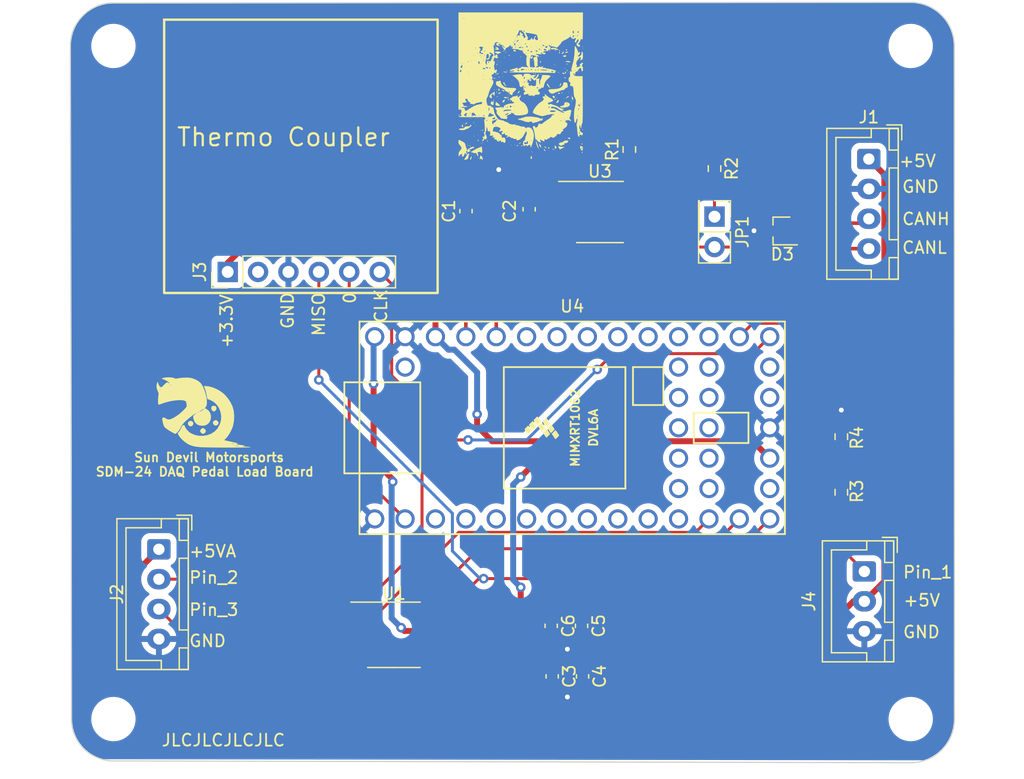
<source format=kicad_pcb>
(kicad_pcb (version 20221018) (generator pcbnew)
  (layers (0 "F.Cu" signal) (31 "B.Cu" signal) (34 "B.Paste" user) (35 "F.Paste" user) (36 "B.SilkS" user "B.Silkscreen") (37 "F.SilkS" user "F.Silkscreen") (38 "B.Mask" user) (39 "F.Mask" user) (44 "Edge.Cuts" user))
  (net 0 "")
  (net 1 "Net-(U3-D)")
  (net 2 "GND")
  (net 3 "+3.3V")
  (net 4 "Net-(U3-R)")
  (net 6 "/CANL")
  (net 7 "/CANH")
  (net 8 "Net-(U3-Rs)")
  (net 26 "/0")
  (net 39 "Net-(J2-Pin_2)")
  (net 40 "Net-(J2-Pin_3)")
  (net 43 "+5VA")
  (net 45 "+5V")
  (net 47 "/MISO")
  (net 48 "/A0")
  (net 49 "/CLK")
  (net 50 "Net-(J4-Pin_1)")
  (net 51 "Net-(JP1-A)")
  (net 53 "/CS")
  (net 54 "/MOSI")
  (footprint "Resistor_SMD:R_0603_1608Metric" (layer "F.Cu") (at 168 80.825 90)
    (fp_text reference "R4" (at -0.0975 1.3 90) (layer "F.SilkS"))
    (fp_text value "R")
    (pad "1" smd roundrect (at -0.825 0 90) (size 0.8 0.95) (layers "F.Cu" "F.Paste" "F.Mask") (net 48 "/A0"))
    (pad "2" smd roundrect (at 0.825 0 90) (size 0.8 0.95) (layers "F.Cu" "F.Paste" "F.Mask") (net 2 "GND"))
  )
  (footprint "Capacitor_SMD:C_0603_1608Metric" (layer "F.Cu") (at 141.905 61.805 90)
    (fp_text reference "C2" (at -0.155 -1.63 90) (layer "F.SilkS"))
    (fp_text value "100nF")
    (pad "1" smd roundrect (at -0.775 0 90) (size 0.9 0.95) (layers "F.Cu" "F.Paste" "F.Mask") (net 3 "+3.3V"))
    (pad "2" smd roundrect (at 0.775 0 90) (size 0.9 0.95) (layers "F.Cu" "F.Paste" "F.Mask") (net 2 "GND"))
  )
  (footprint "LOGO" (layer "F.Cu") (at 114.570447 78.858046)
    (fp_text reference "G***" hide)
    (fp_text value "LOGO" hide)
  )
  (footprint "MountingHole:MountingHole_3.2mm_M3" (layer "F.Cu") (at 173.8 48.145584)
    (fp_text reference "REF**" hide)
    (fp_text value "MountingHole_3.2mm_M3")
    (pad "" np_thru_hole circle (at 0 0) (size 3.2 3.2) (drill 3.2) (layers "*.Cu" "*.Mask"))
  )
  (footprint "Capacitor_SMD:C_0603_1608Metric" (layer "F.Cu") (at 146.285 96.65 -90)
    (fp_text reference "C5" (at 0 -1.43 90) (layer "F.SilkS"))
    (fp_text value "C")
    (pad "1" smd roundrect (at -0.775 0 270) (size 0.9 0.95) (layers "F.Cu" "F.Paste" "F.Mask") (net 3 "+3.3V"))
    (pad "2" smd roundrect (at 0.775 0 270) (size 0.9 0.95) (layers "F.Cu" "F.Paste" "F.Mask") (net 2 "GND"))
  )
  (footprint "Connector_JST:JST_XH_B3B-XH-A_1x03_P2.50mm_Vertical" (layer "F.Cu") (at 169.925 92.1 -90)
    (fp_text reference "J4" (at 2.5 4.625 90) (layer "F.SilkS"))
    (fp_text value "Conn_01x03_Pin")
    (pad "1" thru_hole roundrect (at 0 0 270) (size 1.7 1.95) (drill 0.95) (layers "*.Cu" "*.Mask") (roundrect_rratio 0.147059) (net 50 "Net-(J4-Pin_1)"))
    (pad "2" thru_hole oval (at 2.5 0 270) (size 1.7 1.95) (drill 0.95) (layers "*.Cu" "*.Mask") (net 45 "+5V"))
    (pad "3" thru_hole oval (at 5 0 270) (size 1.7 1.95) (drill 0.95) (layers "*.Cu" "*.Mask") (net 2 "GND"))
  )
  (footprint "Package_SO:TSSOP-16_4.4x5mm_P0.65mm" (layer "F.Cu") (at 130.6 97.4)
    (fp_text reference "U1" (at 0 -3.45) (layer "F.SilkS"))
    (fp_text value "~")
    (pad "1" smd roundrect (at -2.8625 -2.275) (size 1.475 0.4) (layers "F.Cu" "F.Paste" "F.Mask") (net 49 "/CLK"))
    (pad "2" smd roundrect (at -2.8625 -1.625) (size 1.475 0.4) (layers "F.Cu" "F.Paste" "F.Mask"))
    (pad "3" smd roundrect (at -2.8625 -0.975) (size 1.475 0.4) (layers "F.Cu" "F.Paste" "F.Mask") (net 53 "/CS"))
    (pad "4" smd roundrect (at -2.8625 -0.325) (size 1.475 0.4) (layers "F.Cu" "F.Paste" "F.Mask"))
    (pad "5" smd roundrect (at -2.8625 0.325) (size 1.475 0.4) (layers "F.Cu" "F.Paste" "F.Mask") (net 39 "Net-(J2-Pin_2)"))
    (pad "6" smd roundrect (at -2.8625 0.975) (size 1.475 0.4) (layers "F.Cu" "F.Paste" "F.Mask") (net 40 "Net-(J2-Pin_3)"))
    (pad "7" smd roundrect (at -2.8625 1.625) (size 1.475 0.4) (layers "F.Cu" "F.Paste" "F.Mask"))
    (pad "8" smd roundrect (at -2.8625 2.275) (size 1.475 0.4) (layers "F.Cu" "F.Paste" "F.Mask"))
    (pad "9" smd roundrect (at 2.8625 2.275) (size 1.475 0.4) (layers "F.Cu" "F.Paste" "F.Mask") (net 43 "+5VA"))
    (pad "10" smd roundrect (at 2.8625 1.625) (size 1.475 0.4) (layers "F.Cu" "F.Paste" "F.Mask") (net 2 "GND"))
    (pad "11" smd roundrect (at 2.8625 0.975) (size 1.475 0.4) (layers "F.Cu" "F.Paste" "F.Mask"))
    (pad "12" smd roundrect (at 2.8625 0.325) (size 1.475 0.4) (layers "F.Cu" "F.Paste" "F.Mask") (net 2 "GND"))
    (pad "13" smd roundrect (at 2.8625 -0.325) (size 1.475 0.4) (layers "F.Cu" "F.Paste" "F.Mask") (net 45 "+5V"))
    (pad "14" smd roundrect (at 2.8625 -0.975) (size 1.475 0.4) (layers "F.Cu" "F.Paste" "F.Mask") (net 3 "+3.3V"))
    (pad "15" smd roundrect (at 2.8625 -1.625) (size 1.475 0.4) (layers "F.Cu" "F.Paste" "F.Mask") (net 47 "/MISO"))
    (pad "16" smd roundrect (at 2.8625 -2.275) (size 1.475 0.4) (layers "F.Cu" "F.Paste" "F.Mask") (net 54 "/MOSI"))
  )
  (footprint "Package_TO_SOT_SMD:SOT-323_SC-70" (layer "F.Cu") (at 163.020584 63.619416 180)
    (fp_text reference "D3" (at -0.05 -1.95) (layer "F.SilkS"))
    (fp_text value "D_TVS_Dual_AAC")
    (pad "1" smd rect (at -1 -0.65 90) (size 0.45 0.7) (layers "F.Cu" "F.Paste" "F.Mask") (net 6 "/CANL"))
    (pad "2" smd rect (at -1 0.65 90) (size 0.45 0.7) (layers "F.Cu" "F.Paste" "F.Mask") (net 7 "/CANH"))
    (pad "3" smd rect (at 1 0 90) (size 0.45 0.7) (layers "F.Cu" "F.Paste" "F.Mask") (net 2 "GND"))
  )
  (footprint "Resistor_SMD:R_0603_1608Metric" (layer "F.Cu") (at 168 85.475 90)
    (fp_text reference "R3" (at 0.0825 1.3 90) (layer "F.SilkS"))
    (fp_text value "R")
    (pad "1" smd roundrect (at -0.825 0 90) (size 0.8 0.95) (layers "F.Cu" "F.Paste" "F.Mask") (net 50 "Net-(J4-Pin_1)"))
    (pad "2" smd roundrect (at 0.825 0 90) (size 0.8 0.95) (layers "F.Cu" "F.Paste" "F.Mask") (net 48 "/A0"))
  )
  (footprint "MountingHole:MountingHole_3.2mm_M3" (layer "F.Cu") (at 107.154416 48.145584)
    (fp_text reference "REF**" hide)
    (fp_text value "MountingHole_3.2mm_M3")
    (pad "" np_thru_hole circle (at 0 0) (size 3.2 3.2) (drill 3.2) (layers "F&B.Cu" "*.Mask"))
  )
  (footprint "Capacitor_SMD:C_0603_1608Metric" (layer "F.Cu") (at 143.745 96.65 -90)
    (fp_text reference "C6" (at 0 -1.43 90) (layer "F.SilkS"))
    (fp_text value "C")
    (pad "1" smd roundrect (at -0.775 0 270) (size 0.9 0.95) (layers "F.Cu" "F.Paste" "F.Mask") (net 3 "+3.3V"))
    (pad "2" smd roundrect (at 0.775 0 270) (size 0.9 0.95) (layers "F.Cu" "F.Paste" "F.Mask") (net 2 "GND"))
  )
  (footprint "LOGO" (layer "F.Cu") (at 141.2 51.5)
    (fp_text reference "G***" hide)
    (fp_text value "LOGO" hide)
  )
  (footprint "MountingHole:MountingHole_3.2mm_M3" (layer "F.Cu") (at 173.8 104.445584)
    (fp_text reference "REF**" hide)
    (fp_text value "MountingHole_3.2mm_M3")
    (pad "" np_thru_hole circle (at 0 0) (size 3.2 3.2) (drill 3.2) (layers "F&B.Cu" "*.Mask"))
  )
  (footprint "Connector_JST:JST_XH_B4B-XH-A_1x04_P2.50mm_Vertical" (layer "F.Cu") (at 170.3 57.6 -90)
    (fp_text reference "J1" (at -3.5 0) (layer "F.SilkS"))
    (fp_text value "Conn_01x04_Pin")
    (pad "1" thru_hole roundrect (at 0 0 270) (size 1.7 1.95) (drill 0.95) (layers "*.Cu" "*.Mask") (roundrect_rratio 0.147059) (net 45 "+5V"))
    (pad "2" thru_hole oval (at 2.5 0 270) (size 1.7 1.95) (drill 0.95) (layers "*.Cu" "*.Mask") (net 2 "GND"))
    (pad "3" thru_hole oval (at 5 0 270) (size 1.7 1.95) (drill 0.95) (layers "*.Cu" "*.Mask") (net 7 "/CANH"))
    (pad "4" thru_hole oval (at 7.5 0 270) (size 1.7 1.95) (drill 0.95) (layers "*.Cu" "*.Mask") (net 6 "/CANL"))
  )
  (footprint "Resistor_SMD:R_0603_1608Metric" (layer "F.Cu") (at 150.279416 56.805584 90)
    (fp_text reference "R1" (at 0 -1.43 90) (layer "F.SilkS"))
    (fp_text value "10k")
    (pad "1" smd roundrect (at -0.825 0 90) (size 0.8 0.95) (layers "F.Cu" "F.Paste" "F.Mask") (net 8 "Net-(U3-Rs)"))
    (pad "2" smd roundrect (at 0.825 0 90) (size 0.8 0.95) (layers "F.Cu" "F.Paste" "F.Mask") (net 2 "GND"))
  )
  (footprint "Package_SO:SOIC-8_3.9x4.9mm_P1.27mm" (layer "F.Cu") (at 147.825 62.035)
    (fp_text reference "U3" (at 0 -3.4) (layer "F.SilkS"))
    (fp_text value "SN65HVD230")
    (pad "1" smd roundrect (at -2.475 -1.905) (size 1.95 0.6) (layers "F.Cu" "F.Paste" "F.Mask") (net 1 "Net-(U3-D)"))
    (pad "2" smd roundrect (at -2.475 -0.635) (size 1.95 0.6) (layers "F.Cu" "F.Paste" "F.Mask") (net 2 "GND"))
    (pad "3" smd roundrect (at -2.475 0.635) (size 1.95 0.6) (layers "F.Cu" "F.Paste" "F.Mask") (net 3 "+3.3V"))
    (pad "4" smd roundrect (at -2.475 1.905) (size 1.95 0.6) (layers "F.Cu" "F.Paste" "F.Mask") (net 4 "Net-(U3-R)"))
    (pad "5" smd roundrect (at 2.475 1.905) (size 1.95 0.6) (layers "F.Cu" "F.Paste" "F.Mask"))
    (pad "6" smd roundrect (at 2.475 0.635) (size 1.95 0.6) (layers "F.Cu" "F.Paste" "F.Mask") (net 6 "/CANL"))
    (pad "7" smd roundrect (at 2.475 -0.635) (size 1.95 0.6) (layers "F.Cu" "F.Paste" "F.Mask") (net 7 "/CANH"))
    (pad "8" smd roundrect (at 2.475 -1.905) (size 1.95 0.6) (layers "F.Cu" "F.Paste" "F.Mask") (net 8 "Net-(U3-Rs)"))
  )
  (footprint "Connector_JST:JST_XH_B4B-XH-A_1x04_P2.50mm_Vertical" (layer "F.Cu") (at 110.954416 90.245584 -90)
    (fp_text reference "J2" (at 3.75 3.51 90) (layer "F.SilkS"))
    (fp_text value "Conn_01x04_Pin")
    (pad "1" thru_hole roundrect (at 0 0 270) (size 1.7 1.95) (drill 0.95) (layers "*.Cu" "*.Mask") (roundrect_rratio 0.147059) (net 43 "+5VA"))
    (pad "2" thru_hole oval (at 2.5 0 270) (size 1.7 1.95) (drill 0.95) (layers "*.Cu" "*.Mask") (net 39 "Net-(J2-Pin_2)"))
    (pad "3" thru_hole oval (at 5 0 270) (size 1.7 1.95) (drill 0.95) (layers "*.Cu" "*.Mask") (net 40 "Net-(J2-Pin_3)"))
    (pad "4" thru_hole oval (at 7.5 0 270) (size 1.7 1.95) (drill 0.95) (layers "*.Cu" "*.Mask") (net 2 "GND"))
  )
  (footprint "Resistor_SMD:R_0603_1608Metric" (layer "F.Cu") (at 157.4 58.4 -90)
    (fp_text reference "R2" (at 0 -1.43 90) (layer "F.SilkS"))
    (fp_text value "120")
    (pad "1" smd roundrect (at -0.825 0 270) (size 0.8 0.95) (layers "F.Cu" "F.Paste" "F.Mask") (net 7 "/CANH"))
    (pad "2" smd roundrect (at 0.825 0 270) (size 0.8 0.95) (layers "F.Cu" "F.Paste" "F.Mask") (net 51 "Net-(JP1-A)"))
  )
  (footprint "Connector_PinHeader_2.54mm:PinHeader_1x06_P2.54mm_Vertical" (layer "F.Cu") (at 116.704416 67.045584 90)
    (fp_text reference "J3" (at 0 -2.33 90) (layer "F.SilkS"))
    (fp_text value "Conn_01x06_Pin")
    (pad "1" thru_hole rect (at 0 0 90) (size 1.7 1.7) (drill 1) (layers "*.Cu" "*.Mask") (net 3 "+3.3V"))
    (pad "2" thru_hole oval (at 0 2.54 90) (size 1.7 1.7) (drill 1) (layers "*.Cu" "*.Mask"))
    (pad "3" thru_hole oval (at 0 5.08 90) (size 1.7 1.7) (drill 1) (layers "*.Cu" "*.Mask") (net 2 "GND"))
    (pad "4" thru_hole oval (at 0 7.62 90) (size 1.7 1.7) (drill 1) (layers "*.Cu" "*.Mask") (net 47 "/MISO"))
    (pad "5" thru_hole oval (at 0 10.16 90) (size 1.7 1.7) (drill 1) (layers "*.Cu" "*.Mask") (net 26 "/0"))
    (pad "6" thru_hole oval (at 0 12.7 90) (size 1.7 1.7) (drill 1) (layers "*.Cu" "*.Mask") (net 49 "/CLK"))
  )
  (footprint "Capacitor_SMD:C_0603_1608Metric" (layer "F.Cu") (at 146.37 100.875 -90)
    (fp_text reference "C4" (at 0 -1.43 90) (layer "F.SilkS"))
    (fp_text value "C")
    (pad "1" smd roundrect (at -0.775 0 270) (size 0.9 0.95) (layers "F.Cu" "F.Paste" "F.Mask") (net 45 "+5V"))
    (pad "2" smd roundrect (at 0.775 0 270) (size 0.9 0.95) (layers "F.Cu" "F.Paste" "F.Mask") (net 2 "GND"))
  )
  (footprint "Capacitor_SMD:C_0603_1608Metric" (layer "F.Cu") (at 143.83 100.875 -90)
    (fp_text reference "C3" (at 0 -1.43 90) (layer "F.SilkS"))
    (fp_text value "C")
    (pad "1" smd roundrect (at -0.775 0 270) (size 0.9 0.95) (layers "F.Cu" "F.Paste" "F.Mask") (net 45 "+5V"))
    (pad "2" smd roundrect (at 0.775 0 270) (size 0.9 0.95) (layers "F.Cu" "F.Paste" "F.Mask") (net 2 "GND"))
  )
  (footprint "Teensy:Teensy40" (layer "F.Cu") (at 145.504416 80.085584)
    (fp_text reference "U4" (at 0 -10.16) (layer "F.SilkS"))
    (fp_text value "Teensy4.0" hide)
    (fp_text user "MIMXRT1062" (at 0.254 0 90) (layer "F.SilkS") (effects (font (size 0.7 0.7))))
    (fp_text user "DVL6A" (at 1.778 0 90) (layer "F.SilkS") (effects (font (size 0.7 0.7))))
    (pad "1" thru_hole circle (at -16.51 7.62) (size 1.6 1.6) (drill 1.1) (layers "*.Cu" "*.Mask") (net 2 "GND"))
    (pad "2" thru_hole circle (at -13.97 7.62) (size 1.6 1.6) (drill 1.1) (layers "*.Cu" "*.Mask") (net 26 "/0"))
    (pad "3" thru_hole circle (at -11.43 7.62) (size 1.6 1.6) (drill 1.1) (layers "*.Cu" "*.Mask"))
    (pad "4" thru_hole circle (at -8.89 7.62) (size 1.6 1.6) (drill 1.1) (layers "*.Cu" "*.Mask"))
    (pad "5" thru_hole circle (at -6.35 7.62) (size 1.6 1.6) (drill 1.1) (layers "*.Cu" "*.Mask"))
    (pad "6" thru_hole circle (at -3.81 7.62) (size 1.6 1.6) (drill 1.1) (layers "*.Cu" "*.Mask"))
    (pad "7" thru_hole circle (at -1.27 7.62) (size 1.6 1.6) (drill 1.1) (layers "*.Cu" "*.Mask"))
    (pad "8" thru_hole circle (at 1.27 7.62) (size 1.6 1.6) (drill 1.1) (layers "*.Cu" "*.Mask"))
    (pad "9" thru_hole circle (at 3.81 7.62) (size 1.6 1.6) (drill 1.1) (layers "*.Cu" "*.Mask"))
    (pad "10" thru_hole circle (at 6.35 7.62) (size 1.6 1.6) (drill 1.1) (layers "*.Cu" "*.Mask"))
    (pad "11" thru_hole circle (at 8.89 7.62) (size 1.6 1.6) (drill 1.1) (layers "*.Cu" "*.Mask"))
    (pad "12" thru_hole circle (at 11.43 7.62) (size 1.6 1.6) (drill 1.1) (layers "*.Cu" "*.Mask") (net 53 "/CS"))
    (pad "13" thru_hole circle (at 13.97 7.62) (size 1.6 1.6) (drill 1.1) (layers "*.Cu" "*.Mask") (net 54 "/MOSI"))
    (pad "14" thru_hole circle (at 16.51 7.62) (size 1.6 1.6) (drill 1.1) (layers "*.Cu" "*.Mask") (net 47 "/MISO"))
    (pad "15" thru_hole circle (at 16.51 5.08) (size 1.6 1.6) (drill 1.1) (layers "*.Cu" "*.Mask"))
    (pad "16" thru_hole circle (at 16.51 2.54) (size 1.6 1.6) (drill 1.1) (layers "*.Cu" "*.Mask") (net 3 "+3.3V"))
    (pad "17" thru_hole circle (at 16.51 0) (size 1.6 1.6) (drill 1.1) (layers "*.Cu" "*.Mask") (net 2 "GND"))
    (pad "18" thru_hole circle (at 16.51 -2.54) (size 1.6 1.6) (drill 1.1) (layers "*.Cu" "*.Mask"))
    (pad "19" thru_hole circle (at 16.51 -5.08) (size 1.6 1.6) (drill 1.1) (layers "*.Cu" "*.Mask"))
    (pad "20" thru_hole circle (at 16.51 -7.62) (size 1.6 1.6) (drill 1.1) (layers "*.Cu" "*.Mask") (net 49 "/CLK"))
    (pad "21" thru_hole circle (at 13.97 -7.62) (size 1.6 1.6) (drill 1.1) (layers "*.Cu" "*.Mask") (net 48 "/A0"))
    (pad "22" thru_hole circle (at 11.43 -7.62) (size 1.6 1.6) (drill 1.1) (layers "*.Cu" "*.Mask"))
    (pad "23" thru_hole circle (at 8.89 -7.62) (size 1.6 1.6) (drill 1.1) (layers "*.Cu" "*.Mask"))
    (pad "24" thru_hole circle (at 6.35 -7.62) (size 1.6 1.6) (drill 1.1) (layers "*.Cu" "*.Mask"))
    (pad "25" thru_hole circle (at 3.81 -7.62) (size 1.6 1.6) (drill 1.1) (layers "*.Cu" "*.Mask"))
    (pad "26" thru_hole circle (at 1.27 -7.62) (size 1.6 1.6) (drill 1.1) (layers "*.Cu" "*.Mask"))
    (pad "27" thru_hole circle (at -1.27 -7.62) (size 1.6 1.6) (drill 1.1) (layers "*.Cu" "*.Mask"))
    (pad "28" thru_hole circle (at -3.81 -7.62) (size 1.6 1.6) (drill 1.1) (layers "*.Cu" "*.Mask"))
    (pad "29" thru_hole circle (at -6.35 -7.62) (size 1.6 1.6) (drill 1.1) (layers "*.Cu" "*.Mask") (net 1 "Net-(U3-D)"))
    (pad "30" thru_hole circle (at -8.89 -7.62) (size 1.6 1.6) (drill 1.1) (layers "*.Cu" "*.Mask") (net 4 "Net-(U3-R)"))
    (pad "31" thru_hole circle (at -11.43 -7.62) (size 1.6 1.6) (drill 1.1) (layers "*.Cu" "*.Mask") (net 3 "+3.3V"))
    (pad "32" thru_hole circle (at -13.97 -7.62) (size 1.6 1.6) (drill 1.1) (layers "*.Cu" "*.Mask") (net 2 "GND"))
    (pad "33" thru_hole circle (at -16.51 -7.62) (size 1.6 1.6) (drill 1.1) (layers "*.Cu" "*.Mask") (net 45 "+5V"))
    (pad "34" thru_hole circle (at -13.97 -5.08) (size 1.6 1.6) (drill 1.1) (layers "*.Cu" "*.Mask"))
    (pad "35" thru_hole circle (at 11.43 -5.08) (size 1.6 1.6) (drill 1.1) (layers "*.Cu" "*.Mask"))
    (pad "36" thru_hole circle (at 8.89 -5.08) (size 1.6 1.6) (drill 1.1) (layers "*.Cu" "*.Mask"))
    (pad "37" thru_hole circle (at 11.43 -2.54) (size 1.6 1.6) (drill 1.1) (layers "*.Cu" "*.Mask"))
    (pad "38" thru_hole circle (at 8.89 -2.54) (size 1.6 1.6) (drill 1.1) (layers "*.Cu" "*.Mask"))
    (pad "39" thru_hole circle (at 11.43 0) (size 1.6 1.6) (drill 1.1) (layers "*.Cu" "*.Mask"))
    (pad "40" thru_hole circle (at 8.89 0) (size 1.6 1.6) (drill 1.1) (layers "*.Cu" "*.Mask"))
    (pad "41" thru_hole circle (at 11.43 2.54) (size 1.6 1.6) (drill 1.1) (layers "*.Cu" "*.Mask"))
    (pad "42" thru_hole circle (at 8.89 2.54) (size 1.6 1.6) (drill 1.1) (layers "*.Cu" "*.Mask"))
    (pad "43" thru_hole circle (at 11.43 5.08) (size 1.6 1.6) (drill 1.1) (layers "*.Cu" "*.Mask"))
    (pad "44" thru_hole circle (at 8.89 5.08) (size 1.6 1.6) (drill 1.1) (layers "*.Cu" "*.Mask"))
  )
  (footprint "Capacitor_SMD:C_0603_1608Metric" (layer "F.Cu") (at 136.625 61.96 90)
    (fp_text reference "C1" (at 0 -1.43 90) (layer "F.SilkS"))
    (fp_text value "100nF")
    (pad "1" smd roundrect (at -0.775 0 90) (size 0.9 0.95) (layers "F.Cu" "F.Paste" "F.Mask") (net 3 "+3.3V"))
    (pad "2" smd roundrect (at 0.775 0 90) (size 0.9 0.95) (layers "F.Cu" "F.Paste" "F.Mask") (net 2 "GND"))
  )
  (footprint "MountingHole:MountingHole_3.2mm_M3" (layer "F.Cu") (at 107.154416 104.445584)
    (fp_text reference "REF**" hide)
    (fp_text value "MountingHole_3.2mm_M3")
    (pad "" np_thru_hole circle (at 0 0) (size 3.2 3.2) (drill 3.2) (layers "F&B.Cu" "*.Mask"))
  )
  (footprint "Connector_PinHeader_2.54mm:PinHeader_2x01_P2.54mm_Vertical" (layer "F.Cu") (at 157.4 62.425 -90)
    (fp_text reference "JP1" (at 1.27 -2.33 90) (layer "F.SilkS"))
    (fp_text value "Jumper_2_Open")
    (pad "1" thru_hole rect (at 0 0 270) (size 1.7 1.7) (drill 1) (layers "*.Cu" "*.Mask") (net 51 "Net-(JP1-A)"))
    (pad "2" thru_hole oval (at 2.54 0 270) (size 1.7 1.7) (drill 1) (layers "*.Cu" "*.Mask") (net 6 "/CANL"))
  )
  (gr_rect (start 111.394416 45.945584) (end 134.254416 68.805584) (stroke (width 0.2)) (fill none) (layer "F.SilkS"))
  (gr_line (start 173.8 44.5) (end 107.154416 44.545584) (stroke (width 0.1)) (layer "Edge.Cuts"))
  (gr_line (start 177.45406 104.496568) (end 177.445168 48.200683) (stroke (width 0.1)) (layer "Edge.Cuts"))
  (gr_arc (start 173.8 44.5) (mid 176.397225 45.587321) (end 177.445168 48.200683) (stroke (width 0.1)) (layer "Edge.Cuts"))
  (gr_line (start 107.154416 107.945584) (end 173.8 108.1) (stroke (width 0.1)) (layer "Edge.Cuts"))
  (gr_line (start 103.554416 48.145584) (end 103.654416 104.445584) (stroke (width 0.1)) (layer "Edge.Cuts"))
  (gr_arc (start 177.45406 104.496568) (mid 176.365973 107.047609) (end 173.8 108.1) (stroke (width 0.1)) (layer "Edge.Cuts"))
  (gr_arc (start 103.554416 48.145584) (mid 104.608832 45.6) (end 107.154416 44.545584) (stroke (width 0.1)) (layer "Edge.Cuts"))
  (gr_arc (start 107.154416 107.945584) (mid 104.679542 106.920458) (end 103.654416 104.445584) (stroke (width 0.1)) (layer "Edge.Cuts"))
  (gr_text "GND" (at 122.3 71.9 90) (layer "F.SilkS") (effects (font (size 1 1)) (justify left bottom)))
  (gr_text "+3.3V\n" (at 117.2 73.5 90) (layer "F.SilkS") (effects (font (size 1 1)) (justify left bottom)))
  (gr_text "+5V\n" (at 173.1 95.1) (layer "F.SilkS") (effects (font (size 1 1)) (justify left bottom)))
  (gr_text "JLCJLCJLCJLC\n" (at 111.1 106.8) (layer "F.SilkS") (effects (font (size 1 1)) (justify left bottom)))
  (gr_text "Thermo Coupler\n" (at 112.354416 56.645584) (layer "F.SilkS") (effects (font (size 1.5 1.5) (thickness 0.1875)) (justify left bottom)))
  (gr_text "GND" (at 173 60.5) (layer "F.SilkS") (effects (font (size 1 1)) (justify left bottom)))
  (gr_text "CANH\n" (at 173 63.2) (layer "F.SilkS") (effects (font (size 1 1)) (justify left bottom)))
  (gr_text "MISO" (at 124.9 72.5 90) (layer "F.SilkS") (effects (font (size 1 1)) (justify left bottom)))
  (gr_text "0\n" (at 127.5 69.8 90) (layer "F.SilkS") (effects (font (size 1 1)) (justify left bottom)))
  (gr_text "CLK\n" (at 130.1 71.4 90) (layer "F.SilkS") (effects (font (size 1 1)) (justify left bottom)))
  (gr_text "Sun Devil Motorsports\n" (at 108.8 83) (layer "F.SilkS") (effects (font (size 0.75 0.75)) (justify left bottom)))
  (gr_text "CANL\n" (at 173 65.6) (layer "F.SilkS") (effects (font (size 1 1)) (justify left bottom)))
  (gr_text "Pin_3\n\n" (at 113.404416 97.5) (layer "F.SilkS") (effects (font (size 1 1)) (justify left bottom)))
  (gr_text "GND\n" (at 173.075 97.75) (layer "F.SilkS") (effects (font (size 1 1)) (justify left bottom)))
  (gr_text "GND" (at 113.404416 98.495584) (layer "F.SilkS") (effects (font (size 1 1)) (justify left bottom)))
  (gr_text "+5VA\n" (at 113.404416 90.995584) (layer "F.SilkS") (effects (font (size 1 1)) (justify left bottom)))
  (gr_text "SDM-24 DAQ Pedal Load Board" (at 105.6 84.2) (layer "F.SilkS") (effects (font (size 0.75 0.75)) (justify left bottom)))
  (gr_text "Pin_2\n" (at 113.4 93.2) (layer "F.SilkS") (effects (font (size 1 1)) (justify left bottom)))
  (gr_text "+5V" (at 172.75 58.35) (layer "F.SilkS") (effects (font (size 1 1)) (justify left bottom)))
  (gr_text "Pin_1\n" (at 173.075 92.75) (layer "F.SilkS") (effects (font (size 1 1)) (justify left bottom)))
  (segment (start 145.726751 60.13) (end 146.65 61.053249) (width 0.3) (layer "F.Cu") (net 1))
  (segment (start 142.8 67.3) (end 139.154416 70.945584) (width 0.3) (layer "F.Cu") (net 1))
  (segment (start 146.65 64.35) (end 143.7 67.3) (width 0.3) (layer "F.Cu") (net 1))
  (segment (start 143.7 67.3) (end 142.8 67.3) (width 0.3) (layer "F.Cu") (net 1))
  (segment (start 139.154416 70.945584) (end 139.154416 72.465584) (width 0.3) (layer "F.Cu") (net 1))
  (segment (start 146.65 61.053249) (end 146.65 64.35) (width 0.3) (layer "F.Cu") (net 1))
  (segment (start 145.35 60.13) (end 145.726751 60.13) (width 0.3) (layer "F.Cu") (net 1))
  (segment (start 146.05 101.65) (end 145.1 102.6) (width 0.5) (layer "F.Cu") (net 2))
  (segment (start 134.176041 99.05) (end 136.45 99.05) (width 0.5) (layer "F.Cu") (net 2))
  (segment (start 147.77 58.49) (end 139.365 58.49) (width 0.5) (layer "F.Cu") (net 2))
  (segment (start 160.7 63.6) (end 162.001168 63.6) (width 0.5) (layer "F.Cu") (net 2))
  (segment (start 144.78 102.6) (end 145.1 102.6) (width 0.5) (layer "F.Cu") (net 2))
  (segment (start 141.705 61.185) (end 139.165 58.645) (width 0.5) (layer "F.Cu") (net 2))
  (segment (start 145.35 61.4) (end 142.275 61.4) (width 0.5) (layer "F.Cu") (net 2))
  (segment (start 135.7 98.3) (end 134.8 98.3) (width 0.5) (layer "F.Cu") (net 2))
  (segment (start 143.83 101.65) (end 139.05 101.65) (width 0.5) (layer "F.Cu") (net 2))
  (segment (start 139.05 101.65) (end 136.45 99.05) (width 0.5) (layer "F.Cu") (net 2))
  (segment (start 134.225 97.725) (end 133.4625 97.725) (width 0.5) (layer "F.Cu") (net 2))
  (segment (start 142.275 61.4) (end 141.905 61.03) (width 0.5) (layer "F.Cu") (net 2))
  (segment (start 146.285 97.425) (end 146.275 97.425) (width 0.5) (layer "F.Cu") (net 2))
  (segment (start 134.8 98.3) (end 134.225 97.725) (width 0.5) (layer "F.Cu") (net 2))
  (segment (start 136.45 99.05) (end 135.7 98.3) (width 0.5) (layer "F.Cu") (net 2))
  (segment (start 136.625 61.185) (end 139.165 58.645) (width 0.5) (layer "F.Cu") (net 2))
  (segment (start 146.37 101.65) (end 146.05 101.65) (width 0.5) (layer "F.Cu") (net 2))
  (segment (start 143.745 97.425) (end 144.92 98.6) (width 0.5) (layer "F.Cu") (net 2))
  (segment (start 146.275 97.425) (end 145.1 98.6) (width 0.5) (layer "F.Cu") (net 2))
  (segment (start 134.151041 99.025) (end 134.176041 99.05) (width 0.5) (layer "F.Cu") (net 2))
  (segment (start 133.4625 99.025) (end 134.151041 99.025) (width 0.5) (layer "F.Cu") (net 2))
  (segment (start 162.001168 63.6) (end 162.020584 63.619416) (width 0.25) (layer "F.Cu") (net 2))
  (segment (start 150.279416 55.980584) (end 147.77 58.49) (width 0.5) (layer "F.Cu") (net 2))
  (segment (start 143.83 101.65) (end 144.78 102.6) (width 0.5) (layer "F.Cu") (net 2))
  (segment (start 168 79.795) (end 168 78.6) (width 0.5) (layer "F.Cu") (net 2))
  (segment (start 144.92 98.6) (end 145.1 98.6) (width 0.5) (layer "F.Cu") (net 2))
  (via (at 139.365 58.49) (size 0.8) (drill 0.4) (layers "F.Cu" "B.Cu") (net 2))
  (via (at 145.1 102.6) (size 0.8) (drill 0.4) (layers "F.Cu" "B.Cu") (net 2))
  (via (at 145.1 98.6) (size 0.8) (drill 0.4) (layers "F.Cu" "B.Cu") (net 2))
  (via (at 168 78.6) (size 0.8) (drill 0.4) (layers "F.Cu" "B.Cu") (net 2))
  (via (at 160.7 63.6) (size 0.8) (drill 0.4) (layers "F.Cu" "B.Cu") (net 2))
  (segment (start 141.2 96.2) (end 143.42 96.2) (width 0.5) (layer "F.Cu") (net 3))
  (segment (start 138.819416 81.210584) (end 137.554416 79.945584) (width 0.5) (layer "F.Cu") (net 3))
  (segment (start 133.4625 96.425) (end 134.775 96.425) (width 0.5) (layer "F.Cu") (net 3))
  (segment (start 135 96.2) (end 141.2 96.2) (width 0.5) (layer "F.Cu") (net 3))
  (segment (start 145.35 62.67) (end 141.995 62.67) (width 0.5) (layer "F.Cu") (net 3))
  (segment (start 162.014416 82.625584) (end 160.599416 81.210584) (width 0.5) (layer "F.Cu") (net 3))
  (segment (start 137.554416 79.945584) (end 137.554416 78.945584) (width 0.5) (layer "F.Cu") (net 3))
  (segment (start 141.2 96.2) (end 141.2 93.4245) (width 0.5) (layer "F.Cu") (net 3))
  (segment (start 134.775 96.425) (end 135 96.2) (width 0.5) (layer "F.Cu") (net 3))
  (segment (start 141.995 62.67) (end 141.905 62.58) (width 0.5) (layer "F.Cu") (net 3))
  (segment (start 137.615 63.725) (end 138.5 63.725) (width 0.5) (layer "F.Cu") (net 3))
  (segment (start 141.2 84.2) (end 143.8 81.6) (width 0.5) (layer "F.Cu") (net 3))
  (segment (start 143.42 96.2) (end 143.745 95.875) (width 0.5) (layer "F.Cu") (net 3))
  (segment (start 116.704416 66.295584) (end 118.554416 64.445584) (width 0.5) (layer "F.Cu") (net 3))
  (segment (start 135.275 63.725) (end 138.5 63.725) (width 0.5) (layer "F.Cu") (net 3))
  (segment (start 132.804416 66.195584) (end 134.074416 67.465584) (width 0.5) (layer "F.Cu") (net 3))
  (segment (start 143.8 81.6) (end 143.8 81.210584) (width 0.5) (layer "F.Cu") (net 3))
  (segment (start 143.745 95.875) (end 146.285 95.875) (width 0.5) (layer "F.Cu") (net 3))
  (segment (start 138.5 63.725) (end 139.165 63.725) (width 0.5) (layer "F.Cu") (net 3))
  (segment (start 131.054416 64.445584) (end 132.804416 66.195584) (width 0.5) (layer "F.Cu") (net 3))
  (segment (start 136.625 62.735) (end 137.5375 63.6475) (width 0.5) (layer "F.Cu") (net 3))
  (segment (start 160.599416 81.210584) (end 143.8 81.210584) (width 0.5) (layer "F.Cu") (net 3))
  (segment (start 118.554416 64.445584) (end 131.054416 64.445584) (width 0.5) (layer "F.Cu") (net 3))
  (segment (start 116.704416 67.045584) (end 116.704416 66.295584) (width 0.5) (layer "F.Cu") (net 3))
  (segment (start 140.715 63.725) (end 141.705 62.735) (width 0.5) (layer "F.Cu") (net 3))
  (segment (start 132.804416 66.195584) (end 135.275 63.725) (width 0.5) (layer "F.Cu") (net 3))
  (segment (start 137.5375 63.6475) (end 137.615 63.725) (width 0.5) (layer "F.Cu") (net 3))
  (segment (start 134.074416 67.465584) (end 134.074416 72.465584) (width 0.5) (layer "F.Cu") (net 3))
  (segment (start 143.8 81.210584) (end 138.819416 81.210584) (width 0.5) (layer "F.Cu") (net 3))
  (segment (start 139.165 63.725) (end 140.715 63.725) (width 0.5) (layer "F.Cu") (net 3))
  (via (at 141.2 84.2) (size 0.8) (drill 0.4) (layers "F.Cu" "B.Cu") (net 3))
  (via (at 137.554416 78.945584) (size 0.8) (drill 0.4) (layers "F.Cu" "B.Cu") (net 3))
  (via (at 141.2 93.4245) (size 0.8) (drill 0.4) (layers "F.Cu" "B.Cu") (net 3))
  (segment (start 137.554416 78.945584) (end 137.554416 75.445584) (width 0.5) (layer "B.Cu") (net 3))
  (segment (start 135.154416 73.545584) (end 134.074416 72.465584) (width 0.5) (layer "B.Cu") (net 3))
  (segment (start 140.569416 84.830584) (end 141.2 84.2) (width 0.5) (layer "B.Cu") (net 3))
  (segment (start 135.654416 73.545584) (end 135.154416 73.545584) (width 0.5) (layer "B.Cu") (net 3))
  (segment (start 141.2 93.4245) (end 140.569416 92.793916) (width 0.5) (layer "B.Cu") (net 3))
  (segment (start 137.554416 75.445584) (end 135.654416 73.545584) (width 0.5) (layer "B.Cu") (net 3))
  (segment (start 140.569416 92.793916) (end 140.569416 84.830584) (width 0.5) (layer "B.Cu") (net 3))
  (segment (start 136.614416 70.685584) (end 136.614416 72.465584) (width 0.3) (layer "F.Cu") (net 4))
  (segment (start 145.35 63.94) (end 143.36 63.94) (width 0.3) (layer "F.Cu") (net 4))
  (segment (start 145.35 63.94) (end 145.045 63.94) (width 0.3) (layer "F.Cu") (net 4))
  (segment (start 143.36 63.94) (end 136.614416 70.685584) (width 0.3) (layer "F.Cu") (net 4))
  (segment (start 150.3 62.67) (end 150.676751 62.67) (width 0.3) (layer "F.Cu") (net 6))
  (segment (start 162.635 64.965) (end 163.330584 64.269416) (width 0.25) (layer "F.Cu") (net 6))
  (segment (start 150.3 62.67) (end 152.27 62.67) (width 0.25) (layer "F.Cu") (net 6))
  (segment (start 164.020584 64.269416) (end 164.851168 65.1) (width 0.3) (layer "F.Cu") (net 6))
  (segment (start 157.4 64.965) (end 162.635 64.965) (width 0.25) (layer "F.Cu") (net 6))
  (segment (start 164.851168 65.1) (end 170.3 65.1) (width 0.3) (layer "F.Cu") (net 6))
  (segment (start 154.565 64.965) (end 157.4 64.965) (width 0.25) (layer "F.Cu") (net 6))
  (segment (start 152.27 62.67) (end 154.565 64.965) (width 0.25) (layer "F.Cu") (net 6))
  (segment (start 163.330584 64.269416) (end 164.020584 64.269416) (width 0.3) (layer "F.Cu") (net 6))
  (segment (start 169.930584 62.969416) (end 170.3 62.6) (width 0.3) (layer "F.Cu") (net 7))
  (segment (start 162.794416 62.969416) (end 164.020584 62.969416) (width 0.25) (layer "F.Cu") (net 7))
  (segment (start 164.020584 62.969416) (end 169.930584 62.969416) (width 0.3) (layer "F.Cu") (net 7))
  (segment (start 153.575 61.4) (end 157.4 57.575) (width 0.3) (layer "F.Cu") (net 7))
  (segment (start 157.4 57.575) (end 162.794416 62.969416) (width 0.25) (layer "F.Cu") (net 7))
  (segment (start 150.3 61.4) (end 153.575 61.4) (width 0.3) (layer "F.Cu") (net 7))
  (segment (start 150.3 57.651168) (end 150.279416 57.630584) (width 0.25) (layer "F.Cu") (net 8))
  (segment (start 150.3 60.13) (end 150.3 57.651168) (width 0.25) (layer "F.Cu") (net 8))
  (segment (start 126.864416 83.035584) (end 131.534416 87.705584) (width 0.25) (layer "F.Cu") (net 26))
  (segment (start 126.864416 67.045584) (end 126.864416 83.035584) (width 0.25) (layer "F.Cu") (net 26))
  (segment (start 124.974543 95.650584) (end 121.750584 95.650584) (width 0.25) (layer "F.Cu") (net 39))
  (segment (start 116.272791 94.1) (end 114.918375 92.745584) (width 0.25) (layer "F.Cu") (net 39))
  (segment (start 127.048959 97.725) (end 124.974543 95.650584) (width 0.25) (layer "F.Cu") (net 39))
  (segment (start 114.918375 92.745584) (end 110.954416 92.745584) (width 0.25) (layer "F.Cu") (net 39))
  (segment (start 121.750584 95.650584) (end 120.2 94.1) (width 0.25) (layer "F.Cu") (net 39))
  (segment (start 120.2 94.1) (end 116.272791 94.1) (width 0.25) (layer "F.Cu") (net 39))
  (segment (start 127.7375 97.725) (end 127.048959 97.725) (width 0.25) (layer "F.Cu") (net 39))
  (segment (start 127.048959 98.375) (end 127.7375 98.375) (width 0.25) (layer "F.Cu") (net 40))
  (segment (start 119.7 98.7) (end 126.723959 98.7) (width 0.25) (layer "F.Cu") (net 40))
  (segment (start 126.723959 98.7) (end 127.048959 98.375) (width 0.25) (layer "F.Cu") (net 40))
  (segment (start 112.009416 96.300584) (end 117.300584 96.300584) (width 0.25) (layer "F.Cu") (net 40))
  (segment (start 117.300584 96.300584) (end 119.7 98.7) (width 0.25) (layer "F.Cu") (net 40))
  (segment (start 110.954416 95.245584) (end 112.009416 96.300584) (width 0.25) (layer "F.Cu") (net 40))
  (segment (start 108.654416 99.254416) (end 110.1 100.7) (width 0.5) (layer "F.Cu") (net 43))
  (segment (start 110.1 100.7) (end 132.4375 100.7) (width 0.5) (layer "F.Cu") (net 43))
  (segment (start 108.654416 92.545584) (end 108.654416 99.254416) (width 0.5) (layer "F.Cu") (net 43))
  (segment (start 110.954416 90.245584) (end 108.654416 92.545584) (width 0.5) (layer "F.Cu") (net 43))
  (segment (start 132.4375 100.7) (end 133.4625 99.675) (width 0.5) (layer "F.Cu") (net 43))
  (segment (start 128.9 82.8) (end 129.9 83.8) (width 0.5) (layer "F.Cu") (net 45))
  (segment (start 128.9 76.4) (end 128.9 82.8) (width 0.5) (layer "F.Cu") (net 45))
  (segment (start 146.37 100.1) (end 147.77 101.5) (width 0.5) (layer "F.Cu") (net 45))
  (segment (start 171.6 92.925) (end 171.6 58.9) (width 0.5) (layer "F.Cu") (net 45))
  (segment (start 162.2 101.4) (end 169 94.6) (width 0.5) (layer "F.Cu") (net 45))
  (segment (start 171.6 58.9) (end 170.3 57.6) (width 0.5) (layer "F.Cu") (net 45))
  (segment (start 162.1 101.5) (end 162.2 101.4) (width 0.5) (layer "F.Cu") (net 45))
  (segment (start 129.9 83.8) (end 130.5 84.4) (width 0.5) (layer "F.Cu") (net 45))
  (segment (start 147.77 101.5) (end 162.1 101.5) (width 0.5) (layer "F.Cu") (net 45))
  (segment (start 130.5 84.4) (end 130.5 84.6) (width 0.5) (layer "F.Cu") (net 45))
  (segment (start 131.475 97.075) (end 131.2 96.8) (width 0.5) (layer "F.Cu") (net 45))
  (segment (start 133.4625 97.075) (end 131.475 97.075) (width 0.5) (layer "F.Cu") (net 45))
  (segment (start 140.805 97.075) (end 133.4625 97.075) (width 0.5) (layer "F.Cu") (net 45))
  (segment (start 143.83 100.1) (end 140.805 97.075) (width 0.5) (layer "F.Cu") (net 45))
  (segment (start 143.83 100.1) (end 146.37 100.1) (width 0.5) (layer "F.Cu") (net 45))
  (segment (start 169.925 94.6) (end 171.6 92.925) (width 0.5) (layer "F.Cu") (net 45))
  (segment (start 169 94.6) (end 169.925 94.6) (width 0.5) (layer "F.Cu") (net 45))
  (via (at 131.2 96.8) (size 0.8) (drill 0.4) (layers "F.Cu" "B.Cu") (net 45))
  (via (at 128.9 76.4) (size 0.8) (drill 0.4) (layers "F.Cu" "B.Cu") (net 45))
  (via (at 130.5 84.6) (size 0.8) (drill 0.4) (layers "F.Cu" "B.Cu") (net 45))
  (segment (start 128.994416 72.465584) (end 128.9 72.56) (width 0.5) (layer "B.Cu") (net 45))
  (segment (start 130.5 84.6) (end 130.409416 84.690584) (width 0.5) (layer "B.Cu") (net 45))
  (segment (start 130.409416 84.690584) (end 130.409416 96.009416) (width 0.5) (layer "B.Cu") (net 45))
  (segment (start 130.409416 94.309416) (end 130.3 94.418832) (width 0.5) (layer "B.Cu") (net 45))
  (segment (start 128.9 72.56) (end 128.9 76.4) (width 0.5) (layer "B.Cu") (net 45))
  (segment (start 130.409416 96.009416) (end 131.2 96.8) (width 0.5) (layer "B.Cu") (net 45))
  (segment (start 133.4875 95.75) (end 134.65 95.75) (width 0.25) (layer "F.Cu") (net 47))
  (segment (start 157.02 92.7) (end 162.014416 87.705584) (width 0.25) (layer "F.Cu") (net 47))
  (segment (start 138.1 92.7) (end 157.02 92.7) (width 0.25) (layer "F.Cu") (net 47))
  (segment (start 134.65 95.75) (end 137.7 92.7) (width 0.25) (layer "F.Cu") (net 47))
  (segment (start 124.324416 67.045584) (end 124.324416 76.074593) (width 0.25) (layer "F.Cu") (net 47))
  (segment (start 137.7 92.7) (end 138.1 92.7) (width 0.25) (layer "F.Cu") (net 47))
  (segment (start 133.4625 95.775) (end 133.4875 95.75) (width 0.25) (layer "F.Cu") (net 47))
  (via (at 138.1 92.7) (size 0.8) (drill 0.4) (layers "F.Cu" "B.Cu") (net 47))
  (via (at 124.324416 76.074593) (size 0.8) (drill 0.4) (layers "F.Cu" "B.Cu") (net 47))
  (segment (start 124.324416 76.074593) (end 124.474911 76.225089) (width 0.25) (layer "B.Cu") (net 47))
  (segment (start 138 92.6) (end 138.1 92.7) (width 0.25) (layer "B.Cu") (net 47))
  (segment (start 124.474911 76.225089) (end 124.324416 76.074594) (width 0.25) (layer "B.Cu") (net 47))
  (segment (start 137.7 92.6) (end 138 92.6) (width 0.25) (layer "B.Cu") (net 47))
  (segment (start 124.474911 76.225089) (end 135.489416 87.239593) (width 0.25) (layer "B.Cu") (net 47))
  (segment (start 135.489416 87.239593) (end 135.489416 90.389416) (width 0.25) (layer "B.Cu") (net 47))
  (segment (start 135.489416 90.389416) (end 137.7 92.6) (width 0.25) (layer "B.Cu") (net 47))
  (segment (start 124.324416 76.074594) (end 124.324416 76.074593) (width 0.25) (layer "B.Cu") (net 47))
  (segment (start 160.599416 71.340584) (end 159.474416 72.465584) (width 0.25) (layer "F.Cu") (net 48))
  (segment (start 164.6 72.4) (end 163.540584 71.340584) (width 0.25) (layer "F.Cu") (net 48))
  (segment (start 163.540584 71.340584) (end 160.599416 71.340584) (width 0.25) (layer "F.Cu") (net 48))
  (segment (start 168 83.1) (end 164.6 79.7) (width 0.25) (layer "F.Cu") (net 48))
  (segment (start 164.6 79.7) (end 164.6 72.4) (width 0.25) (layer "F.Cu") (net 48))
  (segment (start 168 83.1) (end 168 81.65) (width 0.25) (layer "F.Cu") (net 48))
  (segment (start 168 84.65) (end 168 83.1) (width 0.25) (layer "F.Cu") (net 48))
  (segment (start 127.7375 95.125) (end 132.949416 89.913084) (width 0.25) (layer "F.Cu") (net 49))
  (segment (start 160.599416 73.880584) (end 162.014416 72.465584) (width 0.25) (layer "F.Cu") (net 49))
  (segment (start 132.949416 82.450584) (end 134.3 81.1) (width 0.25) (layer "F.Cu") (net 49))
  (segment (start 147.6 75.2) (end 148.919416 73.880584) (width 0.25) (layer "F.Cu") (net 49))
  (segment (start 134.3 81.1) (end 135.8 81.1) (width 0.25) (layer "F.Cu") (net 49))
  (segment (start 136.2 81.1) (end 136.8 81.1) (width 0.25) (layer "F.Cu") (net 49))
  (segment (start 148.919416 73.880584) (end 160.599416 73.880584) (width 0.25) (layer "F.Cu") (net 49))
  (segment (start 130.409416 68.050584) (end 130.409416 75.709416) (width 0.25) (layer "F.Cu") (net 49))
  (segment (start 135.8 81.1) (end 136.2 81.1) (width 0.25) (layer "F.Cu") (net 49))
  (segment (start 129.404416 67.045584) (end 130.409416 68.050584) (width 0.25) (layer "F.Cu") (net 49))
  (segment (start 130.409416 75.709416) (end 135.8 81.1) (width 0.25) (layer "F.Cu") (net 49))
  (segment (start 132.949416 89.913084) (end 132.949416 82.450584) (width 0.25) (layer "F.Cu") (net 49))
  (via (at 147.6 75.2) (size 0.8) (drill 0.4) (layers "F.Cu" "B.Cu") (net 49))
  (via (at 136.8 81.1) (size 0.8) (drill 0.4) (layers "F.Cu" "B.Cu") (net 49))
  (segment (start 136.8 81.1) (end 141.7 81.1) (width 0.25) (layer "B.Cu") (net 49))
  (segment (start 141.7 81.1) (end 147.6 75.2) (width 0.25) (layer "B.Cu") (net 49))
  (segment (start 168 90.175) (end 168 86.3) (width 0.25) (layer "F.Cu") (net 50))
  (segment (start 169.925 92.1) (end 168 90.175) (width 0.25) (layer "F.Cu") (net 50))
  (segment (start 157.4 59.65) (end 157.4 62.425) (width 0.25) (layer "F.Cu") (net 51))
  (segment (start 136.020457 88.830584) (end 155.809416 88.830584) (width 0.25) (layer "F.Cu") (net 53))
  (segment (start 127.7375 96.425) (end 128.426041 96.425) (width 0.25) (layer "F.Cu") (net 53))
  (segment (start 155.809416 88.830584) (end 156.934416 87.705584) (width 0.25) (layer "F.Cu") (net 53))
  (segment (start 128.426041 96.425) (end 136.020457 88.830584) (width 0.25) (layer "F.Cu") (net 53))
  (segment (start 156.98 90.2) (end 149.4 90.2) (width 0.25) (layer "F.Cu") (net 54))
  (segment (start 137.7 90.2) (end 141.8 90.2) (width 0.25) (layer "F.Cu") (net 54))
  (segment (start 141.765874 90.2) (end 145.6 90.2) (width 0.25) (layer "F.Cu") (net 54))
  (segment (start 159.474416 87.705584) (end 156.98 90.2) (width 0.25) (layer "F.Cu") (net 54))
  (segment (start 133.4625 95.125) (end 133.4625 94.4375) (width 0.25) (layer "F.Cu") (net 54))
  (segment (start 145.565874 90.2) (end 149.4 90.2) (width 0.25) (layer "F.Cu") (net 54))
  (segment (start 133.4625 94.4375) (end 137.7 90.2) (width 0.25) (layer "F.Cu") (net 54))
  (zone (net 2) (net_name "GND") (layer "B.Cu") (connect_pads (clearance 0.5)) (min_thickness 0.25) (fill yes (thermal_gap 0.5) (thermal_bridge_width 0.5))
    (polygon (pts (xy 102.76 44.3) (xy 178.2 44.4) (xy 178.2 107.9) (xy 102.76 107.8)))
  )
)
</source>
